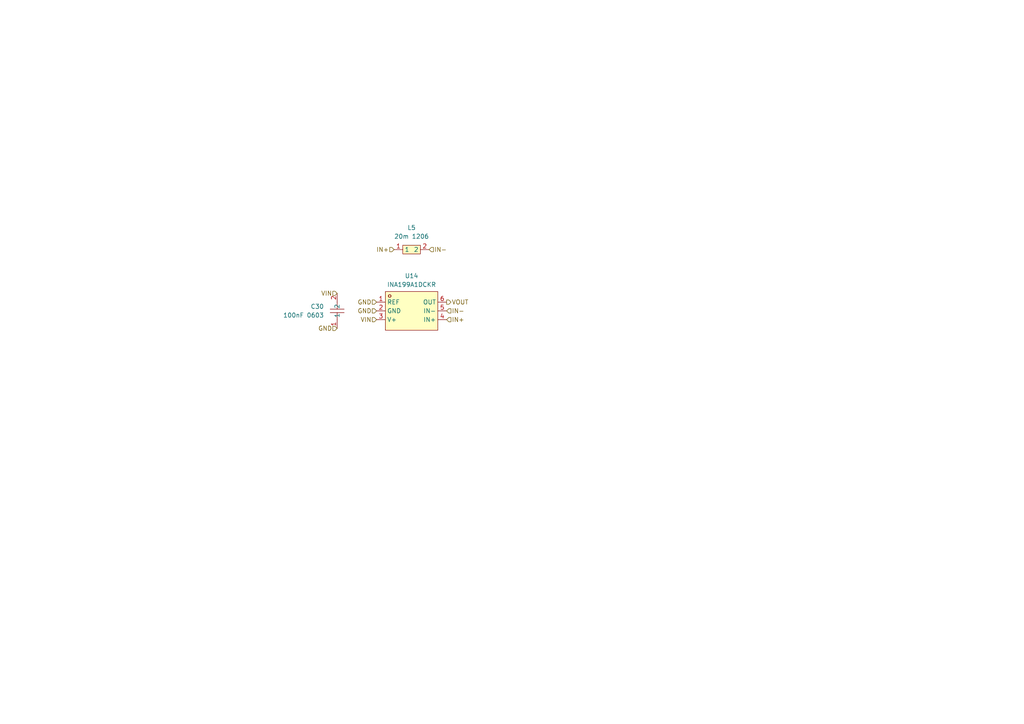
<source format=kicad_sch>
(kicad_sch (version 20231120) (generator "eeschema") (generator_version "8.0")
  (paper "A4")
  (lib_symbols
    (symbol "Rocketry_Easyeda:CC0603KRX7R9BB104 (100nF 0603)"
      (property "Reference" "C" (at 0 5.08 0))
      (property "Value" "CC0603KRX7R9BB104 (100nF 0603)" (at 0 -5.08 0))
      (symbol "CC0603KRX7R9BB104 (100nF 0603)_0_1"
        (polyline (pts (xy -0.51 -2.03) (xy -0.51 2.03)))
        (polyline (pts (xy -0.51 0) (xy -2.54 0)))
        (polyline (pts (xy 0.51 2.03) (xy 0.51 -2.03)))
        (polyline (pts (xy 2.54 0) (xy 0.51 0)))
        (pin unspecified line (at -5.08 0 0) (length 2.54) (name "1") (number "1"))
        (pin unspecified line (at 5.08 0 180) (length 2.54) (name "2") (number "2"))
      )
    )
    (symbol "Rocketry_Easyeda:FRM121WFR020TM (20m 1206)"
      (property "Reference" "L" (at 0 5.08 0))
      (property "Value" "FRM121WFR020TM (20m 1206)" (at 0 -5.08 0))
      (symbol "FRM121WFR020TM (20m 1206)_0_1"
        (rectangle (start -2.54 1.27) (end 2.54 -1.27) (fill (type background)))
        (pin unspecified line (at -5.08 0 0) (length 2.54) (name "1") (number "1"))
        (pin unspecified line (at 5.08 0 180) (length 2.54) (name "2") (number "2"))
      )
    )
    (symbol "Rocketry_Easyeda:INA199A1DCKR"
      (property "Reference" "U" (at 0 7.62 0))
      (property "Value" "INA199A1DCKR" (at 0 -7.62 0))
      (symbol "INA199A1DCKR_0_1"
        (rectangle (start -7.62 5.59) (end 7.62 -5.59) (fill (type background)))
        (circle (center -6.35 4.32) (radius 0.38))
        (circle (center -6.35 4.32) (radius 0.38))
        (pin unspecified line (at -10.16 2.54 0) (length 2.54) (name "REF") (number "1"))
        (pin unspecified line (at -10.16 0 0) (length 2.54) (name "GND") (number "2"))
        (pin unspecified line (at -10.16 -2.54 0) (length 2.54) (name "V+") (number "3"))
        (pin unspecified line (at 10.16 -2.54 180) (length 2.54) (name "IN+") (number "4"))
        (pin unspecified line (at 10.16 0 180) (length 2.54) (name "IN-") (number "5"))
        (pin unspecified line (at 10.16 2.54 180) (length 2.54) (name "OUT") (number "6"))
      )
    )
  )
  (hierarchical_label "VIN" (shape input) (at 109.22 92.71 180))
  (hierarchical_label "VOUT" (shape output) (at 129.54 87.63 0))
  (hierarchical_label "IN+" (shape input) (at 129.54 92.71 0))
  (hierarchical_label "IN+" (shape input) (at 114.3 72.39 180))
  (hierarchical_label "VIN" (shape input) (at 97.79 85.09 180))
  (hierarchical_label "GND" (shape input) (at 109.22 90.17 180))
  (hierarchical_label "GND" (shape input) (at 97.79 95.25 180))
  (hierarchical_label "GND" (shape input) (at 109.22 87.63 180))
  (hierarchical_label "IN-" (shape input) (at 129.54 90.17 0))
  (hierarchical_label "IN-" (shape input) (at 124.46 72.39 0))
  (symbol (lib_id "Rocketry_Easyeda:FRM121WFR020TM (20m 1206)") (at 119.38 72.39 0) (unit 1)
    (property "Reference" "L5" (at 119.38 66.04 0))
    (property "Value" "20m 1206" (at 119.38 68.58 0))
    (property "Footprint" "Rocketry_Easyeda:R1206" (effects (hide yes)))
    (property "LCSC Part" "C7420010" (effects (hide yes)))
  )
  (symbol (lib_id "Rocketry_Easyeda:CC0603KRX7R9BB104 (100nF 0603)") (at 97.79 90.17 270) (mirror x) (unit 1)
    (property "Reference" "C30" (at 93.98 88.9 90) (effects (justify right)))
    (property "Value" "100nF 0603" (at 93.98 91.44 90) (effects (justify right)))
    (property "Footprint" "Rocketry_Easyeda:C0603" (effects (hide yes)))
    (property "Datasheet" "https://lcsc.com/product-detail/Multilayer-Ceramic-Capacitors-MLCC-SMD-SMT_100nF-104-10-50V_C14663.html" (effects (hide yes)))
    (property "LCSC Part" "C14663" (effects (hide yes)))
  )
  (symbol (lib_id "Rocketry_Easyeda:INA199A1DCKR") (at 119.38 90.17 0) (unit 1)
    (property "Reference" "U14" (at 119.38 80.01 0))
    (property "Value" "INA199A1DCKR" (at 119.38 82.55 0))
    (property "Footprint" "Rocketry_Easyeda:SC-70-6_L2.2-W1.3-P0.65-LS2.1-BR" (effects (hide yes)))
    (property "Datasheet" "https://lcsc.com/product-detail/PMIC-Current-Power-Monitors-Regulators_TI_INA199A1DCKR_INA199A1DCKR_C59135.html" (effects (hide yes)))
    (property "LCSC Part" "C59135" (effects (hide yes)))
  )
)
</source>
